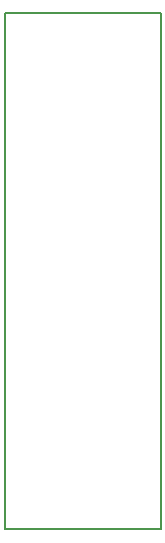
<source format=gm1>
G04 #@! TF.GenerationSoftware,KiCad,Pcbnew,(5.0.0)*
G04 #@! TF.CreationDate,2018-10-24T12:10:12-04:00*
G04 #@! TF.ProjectId,DRV2603_breakout,445256323630335F627265616B6F7574,0.1*
G04 #@! TF.SameCoordinates,Original*
G04 #@! TF.FileFunction,Profile,NP*
%FSLAX46Y46*%
G04 Gerber Fmt 4.6, Leading zero omitted, Abs format (unit mm)*
G04 Created by KiCad (PCBNEW (5.0.0)) date 10/24/18 12:10:12*
%MOMM*%
%LPD*%
G01*
G04 APERTURE LIST*
%ADD10C,0.150000*%
G04 APERTURE END LIST*
D10*
X160020000Y-92456000D02*
X160020000Y-136144000D01*
X146812000Y-92456000D02*
X160020000Y-92456000D01*
X146812000Y-136144000D02*
X146812000Y-92456000D01*
X160020000Y-136144000D02*
X146812000Y-136144000D01*
M02*

</source>
